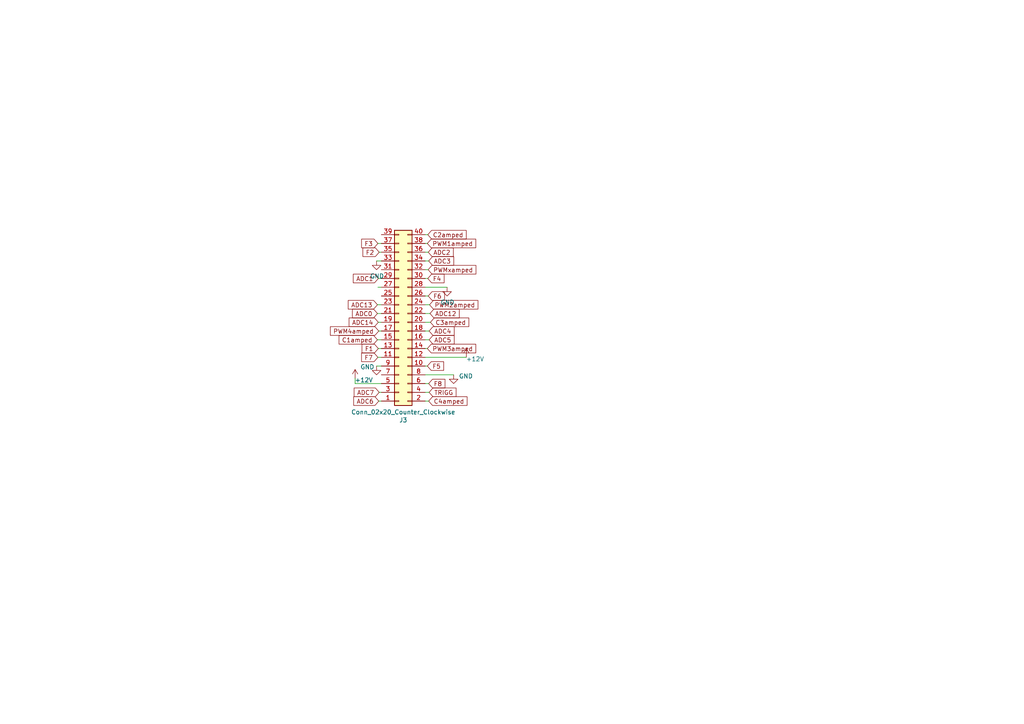
<source format=kicad_sch>
(kicad_sch (version 20211123) (generator eeschema)
  (paper "A4")
  (lib_symbols
    (symbol "Connector_Generic:Conn_02x20_Odd_Even" (pin_names (offset 1.016) hide)
      (property "Reference" "J" (at 1.27 25.4 0))
      (property "Value" "Conn_02x20_Odd_Even" (at 1.27 -27.94 0))
      (symbol "Conn_02x20_Odd_Even_1_1"
        (rectangle (start -1.27 -25.273) (end 0 -25.527) (stroke (width 0.1524)))
        (rectangle (start -1.27 -22.733) (end 0 -22.987) (stroke (width 0.1524)))
        (rectangle (start -1.27 -20.193) (end 0 -20.447) (stroke (width 0.1524)))
        (rectangle (start -1.27 -17.653) (end 0 -17.907) (stroke (width 0.1524)))
        (rectangle (start -1.27 -15.113) (end 0 -15.367) (stroke (width 0.1524)))
        (rectangle (start -1.27 -12.573) (end 0 -12.827) (stroke (width 0.1524)))
        (rectangle (start -1.27 -10.033) (end 0 -10.287) (stroke (width 0.1524)))
        (rectangle (start -1.27 -7.493) (end 0 -7.747) (stroke (width 0.1524)))
        (rectangle (start -1.27 -4.953) (end 0 -5.207) (stroke (width 0.1524)))
        (rectangle (start -1.27 -2.413) (end 0 -2.667) (stroke (width 0.1524)))
        (rectangle (start -1.27 0.127) (end 0 -0.127) (stroke (width 0.1524)))
        (rectangle (start -1.27 2.667) (end 0 2.413) (stroke (width 0.1524)))
        (rectangle (start -1.27 5.207) (end 0 4.953) (stroke (width 0.1524)))
        (rectangle (start -1.27 7.747) (end 0 7.493) (stroke (width 0.1524)))
        (rectangle (start -1.27 10.287) (end 0 10.033) (stroke (width 0.1524)))
        (rectangle (start -1.27 12.827) (end 0 12.573) (stroke (width 0.1524)))
        (rectangle (start -1.27 15.367) (end 0 15.113) (stroke (width 0.1524)))
        (rectangle (start -1.27 17.907) (end 0 17.653) (stroke (width 0.1524)))
        (rectangle (start -1.27 20.447) (end 0 20.193) (stroke (width 0.1524)))
        (rectangle (start -1.27 22.987) (end 0 22.733) (stroke (width 0.1524)))
        (rectangle (start -1.27 24.13) (end 3.81 -26.67) (stroke (width 0.254)) (fill (type background)))
        (rectangle (start 3.81 -25.273) (end 2.54 -25.527) (stroke (width 0.1524)))
        (rectangle (start 3.81 -22.733) (end 2.54 -22.987) (stroke (width 0.1524)))
        (rectangle (start 3.81 -20.193) (end 2.54 -20.447) (stroke (width 0.1524)))
        (rectangle (start 3.81 -17.653) (end 2.54 -17.907) (stroke (width 0.1524)))
        (rectangle (start 3.81 -15.113) (end 2.54 -15.367) (stroke (width 0.1524)))
        (rectangle (start 3.81 -12.573) (end 2.54 -12.827) (stroke (width 0.1524)))
        (rectangle (start 3.81 -10.033) (end 2.54 -10.287) (stroke (width 0.1524)))
        (rectangle (start 3.81 -7.493) (end 2.54 -7.747) (stroke (width 0.1524)))
        (rectangle (start 3.81 -4.953) (end 2.54 -5.207) (stroke (width 0.1524)))
        (rectangle (start 3.81 -2.413) (end 2.54 -2.667) (stroke (width 0.1524)))
        (rectangle (start 3.81 0.127) (end 2.54 -0.127) (stroke (width 0.1524)))
        (rectangle (start 3.81 2.667) (end 2.54 2.413) (stroke (width 0.1524)))
        (rectangle (start 3.81 5.207) (end 2.54 4.953) (stroke (width 0.1524)))
        (rectangle (start 3.81 7.747) (end 2.54 7.493) (stroke (width 0.1524)))
        (rectangle (start 3.81 10.287) (end 2.54 10.033) (stroke (width 0.1524)))
        (rectangle (start 3.81 12.827) (end 2.54 12.573) (stroke (width 0.1524)))
        (rectangle (start 3.81 15.367) (end 2.54 15.113) (stroke (width 0.1524)))
        (rectangle (start 3.81 17.907) (end 2.54 17.653) (stroke (width 0.1524)))
        (rectangle (start 3.81 20.447) (end 2.54 20.193) (stroke (width 0.1524)))
        (rectangle (start 3.81 22.987) (end 2.54 22.733) (stroke (width 0.1524)))
        (pin passive line (at -5.08 22.86 0) (length 3.81) (name "Pin_1") (number "1"))
        (pin passive line (at 7.62 12.7 180) (length 3.81) (name "Pin_10") (number "10"))
        (pin passive line (at -5.08 10.16 0) (length 3.81) (name "Pin_11") (number "11"))
        (pin passive line (at 7.62 10.16 180) (length 3.81) (name "Pin_12") (number "12"))
        (pin passive line (at -5.08 7.62 0) (length 3.81) (name "Pin_13") (number "13"))
        (pin passive line (at 7.62 7.62 180) (length 3.81) (name "Pin_14") (number "14"))
        (pin passive line (at -5.08 5.08 0) (length 3.81) (name "Pin_15") (number "15"))
        (pin passive line (at 7.62 5.08 180) (length 3.81) (name "Pin_16") (number "16"))
        (pin passive line (at -5.08 2.54 0) (length 3.81) (name "Pin_17") (number "17"))
        (pin passive line (at 7.62 2.54 180) (length 3.81) (name "Pin_18") (number "18"))
        (pin passive line (at -5.08 0 0) (length 3.81) (name "Pin_19") (number "19"))
        (pin passive line (at 7.62 22.86 180) (length 3.81) (name "Pin_2") (number "2"))
        (pin passive line (at 7.62 0 180) (length 3.81) (name "Pin_20") (number "20"))
        (pin passive line (at -5.08 -2.54 0) (length 3.81) (name "Pin_21") (number "21"))
        (pin passive line (at 7.62 -2.54 180) (length 3.81) (name "Pin_22") (number "22"))
        (pin passive line (at -5.08 -5.08 0) (length 3.81) (name "Pin_23") (number "23"))
        (pin passive line (at 7.62 -5.08 180) (length 3.81) (name "Pin_24") (number "24"))
        (pin passive line (at -5.08 -7.62 0) (length 3.81) (name "Pin_25") (number "25"))
        (pin passive line (at 7.62 -7.62 180) (length 3.81) (name "Pin_26") (number "26"))
        (pin passive line (at -5.08 -10.16 0) (length 3.81) (name "Pin_27") (number "27"))
        (pin passive line (at 7.62 -10.16 180) (length 3.81) (name "Pin_28") (number "28"))
        (pin passive line (at -5.08 -12.7 0) (length 3.81) (name "Pin_29") (number "29"))
        (pin passive line (at -5.08 20.32 0) (length 3.81) (name "Pin_3") (number "3"))
        (pin passive line (at 7.62 -12.7 180) (length 3.81) (name "Pin_30") (number "30"))
        (pin passive line (at -5.08 -15.24 0) (length 3.81) (name "Pin_31") (number "31"))
        (pin passive line (at 7.62 -15.24 180) (length 3.81) (name "Pin_32") (number "32"))
        (pin passive line (at -5.08 -17.78 0) (length 3.81) (name "Pin_33") (number "33"))
        (pin passive line (at 7.62 -17.78 180) (length 3.81) (name "Pin_34") (number "34"))
        (pin passive line (at -5.08 -20.32 0) (length 3.81) (name "Pin_35") (number "35"))
        (pin passive line (at 7.62 -20.32 180) (length 3.81) (name "Pin_36") (number "36"))
        (pin passive line (at -5.08 -22.86 0) (length 3.81) (name "Pin_37") (number "37"))
        (pin passive line (at 7.62 -22.86 180) (length 3.81) (name "Pin_38") (number "38"))
        (pin passive line (at -5.08 -25.4 0) (length 3.81) (name "Pin_39") (number "39"))
        (pin passive line (at 7.62 20.32 180) (length 3.81) (name "Pin_4") (number "4"))
        (pin passive line (at 7.62 -25.4 180) (length 3.81) (name "Pin_40") (number "40"))
        (pin passive line (at -5.08 17.78 0) (length 3.81) (name "Pin_5") (number "5"))
        (pin passive line (at 7.62 17.78 180) (length 3.81) (name "Pin_6") (number "6"))
        (pin passive line (at -5.08 15.24 0) (length 3.81) (name "Pin_7") (number "7"))
        (pin passive line (at 7.62 15.24 180) (length 3.81) (name "Pin_8") (number "8"))
        (pin passive line (at -5.08 12.7 0) (length 3.81) (name "Pin_9") (number "9"))
      )
    )
    (symbol "power:+12V" (power) (pin_names (offset 0))
      (property "Value" "+12V" (at 0 3.556 0))
      (symbol "+12V_0_1"
        (polyline (pts (xy -0.762 1.27) (xy 0 2.54)))
        (polyline (pts (xy 0 0) (xy 0 2.54)))
        (polyline (pts (xy 0 2.54) (xy 0.762 1.27)))
      )
      (symbol "+12V_1_1"
        (pin power_in line (at 0 0 90) (length 0) hide (name "+12V") (number "1"))
      )
    )
    (symbol "power:GND" (power) (pin_names (offset 0))
      (property "Value" "GND" (at 0 -3.81 0))
      (symbol "GND_0_1"
        (polyline (pts (xy 0 0) (xy 0 -1.27) (xy 1.27 -1.27) (xy 0 -2.54) (xy -1.27 -1.27) (xy 0 -1.27)))
      )
      (symbol "GND_1_1"
        (pin power_in line (at 0 0 270) (length 0) hide (name "GND") (number "1"))
      )
    )
  )
  (wire (pts (xy 123.317 103.632) (xy 135.255 103.632)))
  (wire (pts (xy 102.997 111.252) (xy 110.617 111.252)))
  (wire (pts (xy 123.317 90.932) (xy 124.714 90.932)))
  (wire (pts (xy 109.474 90.932) (xy 110.617 90.932)))
  (wire (pts (xy 109.22 75.692) (xy 110.617 75.692)))
  (wire (pts (xy 109.601 83.312) (xy 110.617 83.312)))
  (wire (pts (xy 109.855 96.012) (xy 110.617 96.012)))
  (wire (pts (xy 109.474 98.552) (xy 110.617 98.552)))
  (wire (pts (xy 109.601 103.632) (xy 110.617 103.632)))
  (wire (pts (xy 123.317 68.072) (xy 124.079 68.072)))
  (wire (pts (xy 109.474 88.392) (xy 110.617 88.392)))
  (wire (pts (xy 109.728 101.092) (xy 110.617 101.092)))
  (wire (pts (xy 123.317 101.092) (xy 123.952 101.092)))
  (wire (pts (xy 123.317 80.772) (xy 124.079 80.772)))
  (wire (pts (xy 109.982 113.792) (xy 110.617 113.792)))
  (wire (pts (xy 123.317 70.612) (xy 123.952 70.612)))
  (wire (pts (xy 123.317 96.012) (xy 124.46 96.012)))
  (wire (pts (xy 123.317 88.392) (xy 124.587 88.392)))
  (wire (pts (xy 123.317 113.792) (xy 124.46 113.792)))
  (wire (pts (xy 123.317 93.472) (xy 124.841 93.472)))
  (wire (pts (xy 109.728 93.472) (xy 110.617 93.472)))
  (wire (pts (xy 123.317 78.232) (xy 124.1806 78.232)))
  (wire (pts (xy 123.317 98.552) (xy 124.46 98.552)))
  (wire (pts (xy 109.728 80.772) (xy 110.617 80.772)))
  (wire (pts (xy 123.317 73.152) (xy 124.206 73.152)))
  (wire (pts (xy 123.317 108.712) (xy 131.572 108.712)))
  (wire (pts (xy 123.317 116.332) (xy 124.333 116.332)))
  (wire (pts (xy 109.855 116.332) (xy 110.617 116.332)))
  (wire (pts (xy 123.317 85.852) (xy 124.206 85.852)))
  (wire (pts (xy 109.601 70.612) (xy 110.617 70.612)))
  (wire (pts (xy 123.317 106.172) (xy 123.952 106.172)))
  (wire (pts (xy 109.982 73.152) (xy 110.617 73.152)))
  (wire (pts (xy 109.22 106.172) (xy 110.617 106.172)))
  (wire (pts (xy 123.317 111.252) (xy 124.333 111.252)))
  (wire (pts (xy 102.997 109.728) (xy 102.997 111.252)))
  (wire (pts (xy 123.317 75.692) (xy 124.333 75.692)))
  (wire (pts (xy 123.317 83.312) (xy 129.667 83.312)))
  (global_label "ADC12" (shape input) (at 124.714 90.932 0) (property "Intersheet References" "${INTERSHEET_REFS}" (effects hide)))
  (global_label "F6" (shape input) (at 124.206 85.852 0) (property "Intersheet References" "${INTERSHEET_REFS}" (effects hide)))
  (global_label "F2" (shape input) (at 109.982 73.152 180) (property "Intersheet References" "${INTERSHEET_REFS}" (effects hide)))
  (global_label "ADC3" (shape input) (at 124.333 75.692 0) (property "Intersheet References" "${INTERSHEET_REFS}" (effects hide)))
  (global_label "ADC13" (shape input) (at 109.474 88.392 180) (property "Intersheet References" "${INTERSHEET_REFS}" (effects hide)))
  (global_label "C4amped" (shape input) (at 124.333 116.332 0) (property "Intersheet References" "${INTERSHEET_REFS}" (effects hide)))
  (global_label "ADC4" (shape input) (at 124.46 96.012 0) (property "Intersheet References" "${INTERSHEET_REFS}" (effects hide)))
  (global_label "PWM4amped" (shape input) (at 109.855 96.012 180) (property "Intersheet References" "${INTERSHEET_REFS}" (effects hide)))
  (global_label "ADC14" (shape input) (at 109.728 93.472 180) (property "Intersheet References" "${INTERSHEET_REFS}" (effects hide)))
  (global_label "PWM2amped" (shape input) (at 124.587 88.392 0) (property "Intersheet References" "${INTERSHEET_REFS}" (effects hide)))
  (global_label "F5" (shape input) (at 123.952 106.172 0) (property "Intersheet References" "${INTERSHEET_REFS}" (effects hide)))
  (global_label "ADC0" (shape input) (at 109.474 90.932 180) (property "Intersheet References" "${INTERSHEET_REFS}" (effects hide)))
  (global_label "PWM1amped" (shape input) (at 123.952 70.612 0) (property "Intersheet References" "${INTERSHEET_REFS}" (effects hide)))
  (global_label "ADC1" (shape input) (at 109.728 80.772 180) (property "Intersheet References" "${INTERSHEET_REFS}" (effects hide)))
  (global_label "F7" (shape input) (at 109.601 103.632 180) (property "Intersheet References" "${INTERSHEET_REFS}" (effects hide)))
  (global_label "F4" (shape input) (at 124.079 80.772 0) (property "Intersheet References" "${INTERSHEET_REFS}" (effects hide)))
  (global_label "TRIGG" (shape input) (at 124.46 113.792 0) (property "Intersheet References" "${INTERSHEET_REFS}" (effects hide)))
  (global_label "C1amped" (shape input) (at 109.474 98.552 180) (property "Intersheet References" "${INTERSHEET_REFS}" (effects hide)))
  (global_label "F8" (shape input) (at 124.333 111.252 0) (property "Intersheet References" "${INTERSHEET_REFS}" (effects hide)))
  (global_label "PWMxamped" (shape input) (at 124.1806 78.232 0) (property "Intersheet References" "${INTERSHEET_REFS}" (effects hide)))
  (global_label "ADC2" (shape input) (at 124.206 73.152 0) (property "Intersheet References" "${INTERSHEET_REFS}" (effects hide)))
  (global_label "PWM3amped" (shape input) (at 123.952 101.092 0) (property "Intersheet References" "${INTERSHEET_REFS}" (effects hide)))
  (global_label "ADC6" (shape input) (at 109.855 116.332 180) (property "Intersheet References" "${INTERSHEET_REFS}" (effects hide)))
  (global_label "C3amped" (shape input) (at 124.841 93.472 0) (property "Intersheet References" "${INTERSHEET_REFS}" (effects hide)))
  (global_label "C2amped" (shape input) (at 124.079 68.072 0) (property "Intersheet References" "${INTERSHEET_REFS}" (effects hide)))
  (global_label "ADC5" (shape input) (at 124.46 98.552 0) (property "Intersheet References" "${INTERSHEET_REFS}" (effects hide)))
  (global_label "ADC7" (shape input) (at 109.982 113.792 180) (property "Intersheet References" "${INTERSHEET_REFS}" (effects hide)))
  (global_label "F1" (shape input) (at 109.728 101.092 180) (property "Intersheet References" "${INTERSHEET_REFS}" (effects hide)))
  (global_label "F3" (shape input) (at 109.601 70.612 180) (property "Intersheet References" "${INTERSHEET_REFS}" (effects hide)))
  (symbol (lib_id "power:GND") (at 109.22 75.692 0) (unit 1)
    (property "Reference" "#PWR072" (effects hide))
    (property "Value" "GND" (at 109.347 80.0862 0))
  )
  (symbol (lib_id "power:GND") (at 109.22 106.172 0) (unit 1)
    (property "Reference" "#PWR073" (effects hide))
    (property "Value" "GND" (at 106.553 106.426 0))
  )
  (symbol (lib_id "power:GND") (at 131.572 108.712 0) (unit 1)
    (property "Reference" "#PWR076" (effects hide))
    (property "Value" "GND" (at 135.128 109.093 0))
  )
  (symbol (lib_id "power:GND") (at 129.667 83.312 0) (unit 1)
    (property "Reference" "#PWR074" (effects hide))
    (property "Value" "GND" (at 129.794 87.7062 0))
  )
  (symbol (lib_id "Connector_Generic:Conn_02x20_Odd_Even") (at 115.697 93.472 0) (mirror x) (unit 1)
    (property "Reference" "J3" (at 116.967 121.8438 0))
    (property "Value" "Conn_02x20_Counter_Clockwise" (at 116.967 119.5324 0))
    (property "Footprint" "Pin_Headers:Pin_Header_Straight_2x20_Pitch2.54mm" (effects hide))
  )
  (symbol (lib_id "power:+12V") (at 135.255 103.632 0) (unit 1)
    (property "Reference" "#PWR040" (effects hide))
    (property "Value" "+12V" (at 137.795 104.14 0))
  )
  (symbol (lib_id "power:+12V") (at 102.997 109.728 0) (unit 1)
    (property "Reference" "#PWR047" (effects hide))
    (property "Value" "+12V" (at 105.537 110.236 0))
  )
)
</source>
